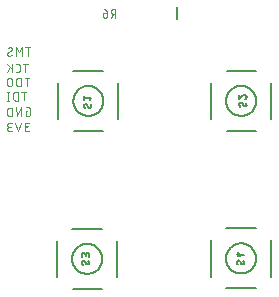
<source format=gbr>
G04 EAGLE Gerber RS-274X export*
G75*
%MOMM*%
%FSLAX34Y34*%
%LPD*%
%INSilkscreen Bottom*%
%IPPOS*%
%AMOC8*
5,1,8,0,0,1.08239X$1,22.5*%
G01*
%ADD10C,0.101600*%
%ADD11C,0.203200*%
%ADD12C,0.152400*%
%ADD13C,0.050800*%
%ADD14C,0.127000*%


D10*
X32707Y315236D02*
X32658Y322347D01*
X34633Y322361D02*
X30682Y322334D01*
X27469Y322311D02*
X27519Y315199D01*
X25126Y318344D02*
X27469Y322311D01*
X25126Y318344D02*
X22728Y322278D01*
X22778Y315166D01*
X16951Y315125D02*
X16873Y315126D01*
X16796Y315132D01*
X16719Y315141D01*
X16642Y315153D01*
X16566Y315170D01*
X16492Y315190D01*
X16418Y315214D01*
X16345Y315241D01*
X16274Y315272D01*
X16204Y315307D01*
X16137Y315344D01*
X16071Y315385D01*
X16007Y315430D01*
X15946Y315477D01*
X15886Y315527D01*
X15830Y315580D01*
X15776Y315636D01*
X15725Y315695D01*
X15677Y315755D01*
X15632Y315818D01*
X15590Y315884D01*
X15551Y315951D01*
X15516Y316020D01*
X15484Y316091D01*
X15455Y316163D01*
X15430Y316236D01*
X15409Y316311D01*
X15392Y316387D01*
X15378Y316463D01*
X15368Y316540D01*
X15361Y316617D01*
X15359Y316695D01*
X16951Y315125D02*
X17066Y315128D01*
X17180Y315135D01*
X17294Y315145D01*
X17408Y315160D01*
X17521Y315178D01*
X17633Y315200D01*
X17745Y315227D01*
X17856Y315256D01*
X17965Y315290D01*
X18073Y315328D01*
X18180Y315369D01*
X18286Y315414D01*
X18390Y315462D01*
X18492Y315514D01*
X18592Y315569D01*
X18691Y315628D01*
X18787Y315690D01*
X18881Y315756D01*
X18973Y315825D01*
X19062Y315896D01*
X19149Y315971D01*
X19233Y316049D01*
X19315Y316129D01*
X19085Y320672D02*
X19083Y320750D01*
X19076Y320827D01*
X19066Y320904D01*
X19052Y320980D01*
X19035Y321056D01*
X19014Y321130D01*
X18989Y321204D01*
X18960Y321276D01*
X18929Y321346D01*
X18893Y321416D01*
X18855Y321483D01*
X18813Y321548D01*
X18767Y321611D01*
X18719Y321672D01*
X18668Y321730D01*
X18614Y321786D01*
X18558Y321839D01*
X18499Y321889D01*
X18437Y321937D01*
X18374Y321981D01*
X18308Y322022D01*
X18240Y322060D01*
X18171Y322094D01*
X18099Y322125D01*
X18027Y322152D01*
X17953Y322176D01*
X17878Y322196D01*
X17802Y322213D01*
X17726Y322225D01*
X17649Y322234D01*
X17571Y322240D01*
X17494Y322241D01*
X17493Y322241D02*
X17387Y322238D01*
X17282Y322232D01*
X17176Y322222D01*
X17071Y322208D01*
X16967Y322190D01*
X16863Y322169D01*
X16760Y322143D01*
X16658Y322115D01*
X16557Y322082D01*
X16458Y322046D01*
X16359Y322007D01*
X16263Y321964D01*
X16167Y321917D01*
X16074Y321868D01*
X15982Y321814D01*
X15893Y321758D01*
X15805Y321699D01*
X15720Y321636D01*
X18304Y319284D02*
X18372Y319326D01*
X18436Y319372D01*
X18499Y319421D01*
X18559Y319473D01*
X18616Y319528D01*
X18671Y319585D01*
X18723Y319645D01*
X18771Y319708D01*
X18817Y319773D01*
X18859Y319840D01*
X18898Y319909D01*
X18933Y319980D01*
X18965Y320053D01*
X18994Y320127D01*
X19018Y320203D01*
X19039Y320279D01*
X19056Y320357D01*
X19069Y320435D01*
X19078Y320514D01*
X19084Y320593D01*
X19085Y320672D01*
X16140Y318083D02*
X16072Y318041D01*
X16008Y317995D01*
X15945Y317946D01*
X15885Y317894D01*
X15828Y317839D01*
X15773Y317782D01*
X15721Y317722D01*
X15673Y317659D01*
X15627Y317594D01*
X15585Y317527D01*
X15546Y317458D01*
X15511Y317387D01*
X15479Y317314D01*
X15450Y317240D01*
X15426Y317164D01*
X15405Y317088D01*
X15388Y317010D01*
X15375Y316932D01*
X15366Y316853D01*
X15360Y316774D01*
X15359Y316695D01*
X16140Y318083D02*
X18305Y319284D01*
X30602Y308333D02*
X30652Y301221D01*
X32577Y308347D02*
X28626Y308319D01*
X24247Y301176D02*
X22666Y301165D01*
X24247Y301177D02*
X24325Y301179D01*
X24402Y301186D01*
X24479Y301196D01*
X24555Y301210D01*
X24631Y301227D01*
X24705Y301248D01*
X24779Y301273D01*
X24851Y301302D01*
X24921Y301333D01*
X24991Y301369D01*
X25058Y301407D01*
X25123Y301449D01*
X25186Y301495D01*
X25247Y301543D01*
X25305Y301594D01*
X25361Y301648D01*
X25414Y301704D01*
X25464Y301763D01*
X25512Y301825D01*
X25556Y301888D01*
X25597Y301954D01*
X25635Y302022D01*
X25669Y302091D01*
X25700Y302163D01*
X25727Y302235D01*
X25751Y302309D01*
X25771Y302384D01*
X25788Y302460D01*
X25800Y302536D01*
X25809Y302613D01*
X25815Y302691D01*
X25816Y302768D01*
X25788Y306719D01*
X25786Y306797D01*
X25779Y306874D01*
X25769Y306951D01*
X25755Y307027D01*
X25738Y307103D01*
X25717Y307177D01*
X25692Y307251D01*
X25663Y307323D01*
X25632Y307393D01*
X25596Y307463D01*
X25558Y307530D01*
X25516Y307595D01*
X25470Y307658D01*
X25422Y307719D01*
X25371Y307777D01*
X25317Y307833D01*
X25261Y307886D01*
X25202Y307936D01*
X25140Y307984D01*
X25077Y308028D01*
X25011Y308069D01*
X24943Y308107D01*
X24874Y308141D01*
X24802Y308172D01*
X24730Y308199D01*
X24656Y308223D01*
X24581Y308243D01*
X24505Y308260D01*
X24429Y308272D01*
X24352Y308281D01*
X24275Y308287D01*
X24197Y308288D01*
X22617Y308277D01*
X19272Y308254D02*
X19321Y301142D01*
X19302Y303908D02*
X15321Y308226D01*
X17711Y305477D02*
X15370Y301114D01*
X31926Y296342D02*
X31976Y289230D01*
X33902Y296356D02*
X29951Y296328D01*
X26830Y296307D02*
X26880Y289195D01*
X26830Y296307D02*
X24855Y296293D01*
X24769Y296290D01*
X24683Y296284D01*
X24597Y296274D01*
X24512Y296261D01*
X24428Y296243D01*
X24344Y296222D01*
X24262Y296197D01*
X24180Y296169D01*
X24100Y296137D01*
X24021Y296102D01*
X23944Y296063D01*
X23869Y296021D01*
X23796Y295976D01*
X23724Y295928D01*
X23655Y295876D01*
X23588Y295822D01*
X23524Y295765D01*
X23462Y295704D01*
X23403Y295642D01*
X23346Y295577D01*
X23293Y295509D01*
X23242Y295439D01*
X23195Y295367D01*
X23151Y295293D01*
X23110Y295217D01*
X23072Y295140D01*
X23038Y295060D01*
X23007Y294980D01*
X22980Y294898D01*
X22957Y294815D01*
X22937Y294731D01*
X22921Y294647D01*
X22908Y294561D01*
X22899Y294475D01*
X22894Y294389D01*
X22893Y294303D01*
X22893Y294304D02*
X22915Y291143D01*
X22918Y291057D01*
X22924Y290971D01*
X22934Y290885D01*
X22947Y290800D01*
X22965Y290716D01*
X22986Y290632D01*
X23011Y290550D01*
X23039Y290468D01*
X23071Y290388D01*
X23106Y290309D01*
X23145Y290232D01*
X23187Y290157D01*
X23232Y290084D01*
X23280Y290012D01*
X23332Y289943D01*
X23386Y289876D01*
X23444Y289812D01*
X23504Y289750D01*
X23566Y289691D01*
X23631Y289634D01*
X23699Y289581D01*
X23769Y289530D01*
X23841Y289483D01*
X23915Y289439D01*
X23991Y289398D01*
X24068Y289360D01*
X24148Y289326D01*
X24228Y289295D01*
X24310Y289268D01*
X24393Y289245D01*
X24477Y289225D01*
X24562Y289209D01*
X24647Y289196D01*
X24733Y289187D01*
X24819Y289182D01*
X24905Y289181D01*
X26880Y289195D01*
X19307Y291118D02*
X19285Y294278D01*
X19286Y294279D02*
X19283Y294366D01*
X19277Y294453D01*
X19267Y294540D01*
X19253Y294626D01*
X19235Y294712D01*
X19213Y294797D01*
X19188Y294880D01*
X19159Y294963D01*
X19126Y295044D01*
X19090Y295124D01*
X19050Y295201D01*
X19007Y295277D01*
X18960Y295352D01*
X18911Y295423D01*
X18858Y295493D01*
X18802Y295560D01*
X18743Y295625D01*
X18682Y295687D01*
X18618Y295747D01*
X18551Y295803D01*
X18482Y295856D01*
X18410Y295907D01*
X18336Y295954D01*
X18261Y295997D01*
X18183Y296038D01*
X18104Y296075D01*
X18023Y296108D01*
X17941Y296138D01*
X17857Y296164D01*
X17773Y296186D01*
X17687Y296205D01*
X17601Y296219D01*
X17514Y296230D01*
X17427Y296238D01*
X17340Y296241D01*
X17253Y296240D01*
X17165Y296236D01*
X17078Y296227D01*
X16992Y296215D01*
X16906Y296199D01*
X16820Y296179D01*
X16736Y296156D01*
X16653Y296129D01*
X16571Y296098D01*
X16491Y296063D01*
X16412Y296025D01*
X16335Y295984D01*
X16260Y295939D01*
X16187Y295891D01*
X16116Y295840D01*
X16048Y295785D01*
X15982Y295728D01*
X15918Y295668D01*
X15858Y295605D01*
X15800Y295539D01*
X15745Y295471D01*
X15693Y295401D01*
X15645Y295328D01*
X15599Y295254D01*
X15557Y295177D01*
X15518Y295099D01*
X15483Y295019D01*
X15452Y294937D01*
X15424Y294854D01*
X15400Y294770D01*
X15379Y294685D01*
X15362Y294599D01*
X15350Y294513D01*
X15341Y294426D01*
X15335Y294339D01*
X15334Y294251D01*
X15356Y291090D01*
X15359Y291003D01*
X15365Y290916D01*
X15375Y290829D01*
X15389Y290743D01*
X15407Y290657D01*
X15429Y290572D01*
X15454Y290489D01*
X15483Y290406D01*
X15516Y290325D01*
X15552Y290245D01*
X15592Y290168D01*
X15635Y290092D01*
X15682Y290017D01*
X15731Y289946D01*
X15784Y289876D01*
X15840Y289809D01*
X15899Y289744D01*
X15960Y289682D01*
X16024Y289622D01*
X16091Y289566D01*
X16160Y289513D01*
X16232Y289462D01*
X16306Y289415D01*
X16381Y289372D01*
X16459Y289331D01*
X16538Y289294D01*
X16619Y289261D01*
X16701Y289231D01*
X16785Y289205D01*
X16869Y289183D01*
X16955Y289164D01*
X17041Y289150D01*
X17128Y289139D01*
X17215Y289131D01*
X17302Y289128D01*
X17390Y289129D01*
X17477Y289133D01*
X17564Y289142D01*
X17650Y289154D01*
X17736Y289170D01*
X17822Y289190D01*
X17906Y289213D01*
X17989Y289240D01*
X18071Y289271D01*
X18151Y289306D01*
X18230Y289344D01*
X18307Y289385D01*
X18382Y289430D01*
X18455Y289478D01*
X18526Y289529D01*
X18594Y289584D01*
X18660Y289641D01*
X18724Y289701D01*
X18784Y289764D01*
X18842Y289830D01*
X18897Y289898D01*
X18949Y289968D01*
X18997Y290041D01*
X19043Y290115D01*
X19085Y290192D01*
X19124Y290270D01*
X19159Y290350D01*
X19190Y290432D01*
X19218Y290515D01*
X19242Y290599D01*
X19263Y290684D01*
X19280Y290770D01*
X19292Y290856D01*
X19301Y290943D01*
X19307Y291030D01*
X19308Y291118D01*
X29278Y284324D02*
X29327Y277212D01*
X31253Y284338D02*
X27302Y284310D01*
X24182Y284288D02*
X24232Y277176D01*
X24182Y284288D02*
X22207Y284274D01*
X22206Y284275D02*
X22120Y284272D01*
X22034Y284266D01*
X21948Y284256D01*
X21863Y284243D01*
X21779Y284225D01*
X21695Y284204D01*
X21613Y284179D01*
X21531Y284151D01*
X21451Y284119D01*
X21372Y284084D01*
X21295Y284045D01*
X21220Y284003D01*
X21147Y283958D01*
X21075Y283910D01*
X21006Y283858D01*
X20939Y283804D01*
X20875Y283747D01*
X20813Y283686D01*
X20754Y283624D01*
X20697Y283559D01*
X20644Y283491D01*
X20593Y283421D01*
X20546Y283349D01*
X20502Y283275D01*
X20461Y283199D01*
X20423Y283122D01*
X20389Y283042D01*
X20358Y282962D01*
X20331Y282880D01*
X20308Y282797D01*
X20288Y282713D01*
X20272Y282629D01*
X20259Y282543D01*
X20250Y282457D01*
X20245Y282371D01*
X20244Y282285D01*
X20245Y282285D02*
X20267Y279124D01*
X20266Y279124D02*
X20269Y279038D01*
X20275Y278952D01*
X20285Y278866D01*
X20298Y278781D01*
X20316Y278697D01*
X20337Y278613D01*
X20362Y278531D01*
X20390Y278449D01*
X20422Y278369D01*
X20457Y278290D01*
X20496Y278213D01*
X20538Y278138D01*
X20583Y278065D01*
X20631Y277993D01*
X20683Y277924D01*
X20737Y277857D01*
X20795Y277793D01*
X20855Y277731D01*
X20917Y277672D01*
X20982Y277615D01*
X21050Y277562D01*
X21120Y277511D01*
X21192Y277464D01*
X21266Y277420D01*
X21342Y277379D01*
X21419Y277341D01*
X21499Y277307D01*
X21579Y277276D01*
X21661Y277249D01*
X21744Y277226D01*
X21828Y277206D01*
X21913Y277190D01*
X21998Y277177D01*
X22084Y277168D01*
X22170Y277163D01*
X22256Y277162D01*
X22256Y277163D02*
X24232Y277176D01*
X16160Y277120D02*
X16111Y284232D01*
X16951Y277126D02*
X15370Y277114D01*
X15321Y284226D02*
X16901Y284237D01*
X30948Y268174D02*
X32133Y268183D01*
X30948Y268174D02*
X30976Y264223D01*
X33346Y264240D01*
X33424Y264242D01*
X33501Y264249D01*
X33578Y264259D01*
X33654Y264273D01*
X33730Y264290D01*
X33804Y264311D01*
X33878Y264336D01*
X33950Y264365D01*
X34021Y264396D01*
X34090Y264432D01*
X34157Y264471D01*
X34222Y264512D01*
X34285Y264558D01*
X34346Y264606D01*
X34404Y264657D01*
X34460Y264711D01*
X34513Y264767D01*
X34563Y264826D01*
X34611Y264888D01*
X34655Y264951D01*
X34696Y265017D01*
X34734Y265085D01*
X34768Y265154D01*
X34799Y265226D01*
X34826Y265298D01*
X34850Y265372D01*
X34870Y265447D01*
X34887Y265523D01*
X34899Y265599D01*
X34908Y265676D01*
X34914Y265754D01*
X34915Y265831D01*
X34888Y269782D01*
X34887Y269782D02*
X34885Y269860D01*
X34878Y269937D01*
X34868Y270014D01*
X34854Y270090D01*
X34837Y270166D01*
X34816Y270240D01*
X34791Y270314D01*
X34762Y270386D01*
X34731Y270456D01*
X34695Y270526D01*
X34657Y270593D01*
X34615Y270658D01*
X34569Y270721D01*
X34521Y270782D01*
X34470Y270840D01*
X34416Y270896D01*
X34360Y270949D01*
X34301Y270999D01*
X34239Y271047D01*
X34176Y271091D01*
X34110Y271132D01*
X34042Y271170D01*
X33973Y271204D01*
X33901Y271235D01*
X33829Y271262D01*
X33755Y271286D01*
X33680Y271306D01*
X33604Y271323D01*
X33528Y271335D01*
X33451Y271344D01*
X33374Y271350D01*
X33296Y271351D01*
X33296Y271352D02*
X30926Y271335D01*
X27074Y271308D02*
X27124Y264197D01*
X23173Y264169D02*
X27074Y271308D01*
X23123Y271281D02*
X23173Y264169D01*
X19321Y264142D02*
X19272Y271254D01*
X17296Y271240D01*
X17296Y271241D02*
X17210Y271238D01*
X17124Y271232D01*
X17038Y271222D01*
X16953Y271209D01*
X16869Y271191D01*
X16785Y271170D01*
X16703Y271145D01*
X16621Y271117D01*
X16541Y271085D01*
X16462Y271050D01*
X16385Y271011D01*
X16310Y270969D01*
X16237Y270924D01*
X16165Y270876D01*
X16096Y270824D01*
X16029Y270770D01*
X15965Y270713D01*
X15903Y270652D01*
X15844Y270590D01*
X15787Y270525D01*
X15734Y270457D01*
X15683Y270387D01*
X15636Y270315D01*
X15592Y270241D01*
X15551Y270165D01*
X15513Y270088D01*
X15479Y270008D01*
X15448Y269928D01*
X15421Y269846D01*
X15398Y269763D01*
X15378Y269679D01*
X15362Y269595D01*
X15349Y269509D01*
X15340Y269423D01*
X15335Y269337D01*
X15334Y269251D01*
X15356Y266090D01*
X15359Y266004D01*
X15365Y265918D01*
X15375Y265832D01*
X15388Y265747D01*
X15406Y265663D01*
X15427Y265579D01*
X15452Y265497D01*
X15480Y265415D01*
X15512Y265335D01*
X15547Y265256D01*
X15586Y265179D01*
X15628Y265104D01*
X15673Y265031D01*
X15721Y264959D01*
X15773Y264890D01*
X15827Y264823D01*
X15885Y264759D01*
X15945Y264697D01*
X16007Y264638D01*
X16072Y264581D01*
X16140Y264528D01*
X16210Y264477D01*
X16282Y264430D01*
X16356Y264386D01*
X16432Y264345D01*
X16509Y264307D01*
X16589Y264273D01*
X16669Y264242D01*
X16751Y264215D01*
X16834Y264192D01*
X16918Y264172D01*
X17003Y264156D01*
X17088Y264143D01*
X17174Y264134D01*
X17260Y264129D01*
X17346Y264128D01*
X19321Y264142D01*
X31976Y251230D02*
X33951Y251244D01*
X31976Y251230D02*
X31888Y251231D01*
X31801Y251237D01*
X31714Y251246D01*
X31628Y251258D01*
X31542Y251275D01*
X31457Y251296D01*
X31373Y251320D01*
X31290Y251348D01*
X31208Y251379D01*
X31128Y251414D01*
X31050Y251453D01*
X30973Y251495D01*
X30899Y251541D01*
X30826Y251589D01*
X30756Y251641D01*
X30688Y251696D01*
X30622Y251754D01*
X30559Y251814D01*
X30499Y251878D01*
X30442Y251944D01*
X30387Y252012D01*
X30336Y252083D01*
X30288Y252156D01*
X30243Y252231D01*
X30202Y252308D01*
X30164Y252387D01*
X30129Y252467D01*
X30098Y252549D01*
X30071Y252632D01*
X30048Y252716D01*
X30028Y252802D01*
X30012Y252888D01*
X30000Y252974D01*
X29991Y253061D01*
X29987Y253148D01*
X29986Y253236D01*
X29989Y253323D01*
X29997Y253410D01*
X30008Y253497D01*
X30022Y253583D01*
X30041Y253669D01*
X30063Y253753D01*
X30089Y253837D01*
X30119Y253919D01*
X30152Y254000D01*
X30189Y254079D01*
X30230Y254157D01*
X30273Y254232D01*
X30320Y254306D01*
X30371Y254378D01*
X30424Y254447D01*
X30480Y254514D01*
X30540Y254578D01*
X30602Y254639D01*
X30667Y254698D01*
X30734Y254754D01*
X30804Y254807D01*
X30875Y254856D01*
X30950Y254903D01*
X31026Y254946D01*
X31103Y254986D01*
X31183Y255022D01*
X31264Y255055D01*
X31347Y255084D01*
X31430Y255109D01*
X31515Y255131D01*
X31601Y255149D01*
X31687Y255163D01*
X31774Y255173D01*
X31861Y255179D01*
X31948Y255182D01*
X31531Y258340D02*
X33902Y258356D01*
X31531Y258339D02*
X31452Y258336D01*
X31374Y258330D01*
X31296Y258320D01*
X31218Y258305D01*
X31141Y258287D01*
X31066Y258266D01*
X30991Y258240D01*
X30918Y258211D01*
X30847Y258178D01*
X30777Y258141D01*
X30709Y258101D01*
X30643Y258058D01*
X30579Y258012D01*
X30518Y257962D01*
X30459Y257910D01*
X30403Y257854D01*
X30350Y257796D01*
X30300Y257735D01*
X30253Y257672D01*
X30209Y257607D01*
X30168Y257539D01*
X30131Y257470D01*
X30097Y257399D01*
X30067Y257326D01*
X30041Y257252D01*
X30018Y257176D01*
X29999Y257100D01*
X29984Y257022D01*
X29973Y256945D01*
X29966Y256866D01*
X29962Y256787D01*
X29963Y256709D01*
X29967Y256630D01*
X29976Y256552D01*
X29988Y256474D01*
X30004Y256397D01*
X30024Y256320D01*
X30048Y256245D01*
X30075Y256172D01*
X30106Y256099D01*
X30141Y256028D01*
X30179Y255959D01*
X30221Y255893D01*
X30266Y255828D01*
X30314Y255765D01*
X30365Y255705D01*
X30419Y255648D01*
X30475Y255593D01*
X30535Y255542D01*
X30597Y255493D01*
X30661Y255447D01*
X30728Y255405D01*
X30796Y255366D01*
X30866Y255331D01*
X30938Y255299D01*
X31012Y255271D01*
X31087Y255246D01*
X31163Y255225D01*
X31240Y255208D01*
X31317Y255195D01*
X31396Y255186D01*
X31474Y255180D01*
X31553Y255179D01*
X33133Y255190D01*
X26982Y258308D02*
X24661Y251179D01*
X22241Y258275D01*
X19321Y251142D02*
X17346Y251128D01*
X17258Y251129D01*
X17171Y251135D01*
X17084Y251144D01*
X16998Y251156D01*
X16912Y251173D01*
X16827Y251194D01*
X16743Y251218D01*
X16660Y251246D01*
X16578Y251277D01*
X16498Y251312D01*
X16420Y251351D01*
X16343Y251393D01*
X16269Y251439D01*
X16196Y251487D01*
X16126Y251539D01*
X16058Y251594D01*
X15992Y251652D01*
X15929Y251712D01*
X15869Y251776D01*
X15812Y251842D01*
X15757Y251910D01*
X15706Y251981D01*
X15658Y252054D01*
X15613Y252129D01*
X15572Y252206D01*
X15534Y252285D01*
X15499Y252365D01*
X15468Y252447D01*
X15441Y252530D01*
X15418Y252614D01*
X15398Y252700D01*
X15382Y252786D01*
X15370Y252872D01*
X15361Y252959D01*
X15357Y253046D01*
X15356Y253134D01*
X15359Y253221D01*
X15367Y253308D01*
X15378Y253395D01*
X15392Y253481D01*
X15411Y253567D01*
X15433Y253651D01*
X15459Y253735D01*
X15489Y253817D01*
X15522Y253898D01*
X15559Y253977D01*
X15600Y254055D01*
X15643Y254130D01*
X15690Y254204D01*
X15741Y254276D01*
X15794Y254345D01*
X15850Y254412D01*
X15910Y254476D01*
X15972Y254537D01*
X16037Y254596D01*
X16104Y254652D01*
X16174Y254705D01*
X16245Y254754D01*
X16320Y254801D01*
X16396Y254844D01*
X16473Y254884D01*
X16553Y254920D01*
X16634Y254953D01*
X16717Y254982D01*
X16800Y255007D01*
X16885Y255029D01*
X16971Y255047D01*
X17057Y255061D01*
X17144Y255071D01*
X17231Y255077D01*
X17318Y255080D01*
X16901Y258237D02*
X19272Y258254D01*
X16901Y258237D02*
X16822Y258234D01*
X16744Y258228D01*
X16666Y258218D01*
X16588Y258203D01*
X16511Y258185D01*
X16436Y258164D01*
X16361Y258138D01*
X16288Y258109D01*
X16217Y258076D01*
X16147Y258039D01*
X16079Y257999D01*
X16013Y257956D01*
X15949Y257910D01*
X15888Y257860D01*
X15829Y257808D01*
X15773Y257752D01*
X15720Y257694D01*
X15670Y257633D01*
X15623Y257570D01*
X15579Y257505D01*
X15538Y257437D01*
X15501Y257368D01*
X15467Y257297D01*
X15437Y257224D01*
X15411Y257150D01*
X15388Y257074D01*
X15369Y256998D01*
X15354Y256920D01*
X15343Y256843D01*
X15336Y256764D01*
X15332Y256685D01*
X15333Y256607D01*
X15337Y256528D01*
X15346Y256450D01*
X15358Y256372D01*
X15374Y256295D01*
X15394Y256218D01*
X15418Y256143D01*
X15445Y256070D01*
X15476Y255997D01*
X15511Y255926D01*
X15549Y255857D01*
X15591Y255791D01*
X15636Y255726D01*
X15684Y255663D01*
X15735Y255603D01*
X15789Y255546D01*
X15845Y255491D01*
X15905Y255440D01*
X15967Y255391D01*
X16031Y255345D01*
X16098Y255303D01*
X16166Y255264D01*
X16236Y255229D01*
X16308Y255197D01*
X16382Y255169D01*
X16457Y255144D01*
X16533Y255123D01*
X16610Y255106D01*
X16687Y255093D01*
X16766Y255084D01*
X16844Y255078D01*
X16923Y255077D01*
X18503Y255088D01*
D11*
X71292Y302399D02*
X96392Y302399D01*
X58592Y292399D02*
X58592Y261599D01*
X71592Y251599D02*
X96392Y251599D01*
X109392Y261599D02*
X109392Y292399D01*
X71292Y276999D02*
X71296Y277311D01*
X71307Y277622D01*
X71326Y277933D01*
X71353Y278244D01*
X71388Y278554D01*
X71429Y278862D01*
X71479Y279170D01*
X71536Y279477D01*
X71601Y279782D01*
X71673Y280085D01*
X71752Y280386D01*
X71839Y280686D01*
X71933Y280983D01*
X72034Y281278D01*
X72143Y281570D01*
X72259Y281859D01*
X72382Y282146D01*
X72511Y282429D01*
X72648Y282709D01*
X72792Y282986D01*
X72942Y283259D01*
X73099Y283528D01*
X73262Y283793D01*
X73432Y284055D01*
X73609Y284312D01*
X73791Y284564D01*
X73980Y284812D01*
X74175Y285056D01*
X74375Y285294D01*
X74582Y285528D01*
X74794Y285756D01*
X75012Y285979D01*
X75235Y286197D01*
X75463Y286409D01*
X75697Y286616D01*
X75935Y286816D01*
X76179Y287011D01*
X76427Y287200D01*
X76679Y287382D01*
X76936Y287559D01*
X77198Y287729D01*
X77463Y287892D01*
X77732Y288049D01*
X78005Y288199D01*
X78282Y288343D01*
X78562Y288480D01*
X78845Y288609D01*
X79132Y288732D01*
X79421Y288848D01*
X79713Y288957D01*
X80008Y289058D01*
X80305Y289152D01*
X80605Y289239D01*
X80906Y289318D01*
X81209Y289390D01*
X81514Y289455D01*
X81821Y289512D01*
X82129Y289562D01*
X82437Y289603D01*
X82747Y289638D01*
X83058Y289665D01*
X83369Y289684D01*
X83680Y289695D01*
X83992Y289699D01*
X84304Y289695D01*
X84615Y289684D01*
X84926Y289665D01*
X85237Y289638D01*
X85547Y289603D01*
X85855Y289562D01*
X86163Y289512D01*
X86470Y289455D01*
X86775Y289390D01*
X87078Y289318D01*
X87379Y289239D01*
X87679Y289152D01*
X87976Y289058D01*
X88271Y288957D01*
X88563Y288848D01*
X88852Y288732D01*
X89139Y288609D01*
X89422Y288480D01*
X89702Y288343D01*
X89979Y288199D01*
X90252Y288049D01*
X90521Y287892D01*
X90786Y287729D01*
X91048Y287559D01*
X91305Y287382D01*
X91557Y287200D01*
X91805Y287011D01*
X92049Y286816D01*
X92287Y286616D01*
X92521Y286409D01*
X92749Y286197D01*
X92972Y285979D01*
X93190Y285756D01*
X93402Y285528D01*
X93609Y285294D01*
X93809Y285056D01*
X94004Y284812D01*
X94193Y284564D01*
X94375Y284312D01*
X94552Y284055D01*
X94722Y283793D01*
X94885Y283528D01*
X95042Y283259D01*
X95192Y282986D01*
X95336Y282709D01*
X95473Y282429D01*
X95602Y282146D01*
X95725Y281859D01*
X95841Y281570D01*
X95950Y281278D01*
X96051Y280983D01*
X96145Y280686D01*
X96232Y280386D01*
X96311Y280085D01*
X96383Y279782D01*
X96448Y279477D01*
X96505Y279170D01*
X96555Y278862D01*
X96596Y278554D01*
X96631Y278244D01*
X96658Y277933D01*
X96677Y277622D01*
X96688Y277311D01*
X96692Y276999D01*
X96688Y276687D01*
X96677Y276376D01*
X96658Y276065D01*
X96631Y275754D01*
X96596Y275444D01*
X96555Y275136D01*
X96505Y274828D01*
X96448Y274521D01*
X96383Y274216D01*
X96311Y273913D01*
X96232Y273612D01*
X96145Y273312D01*
X96051Y273015D01*
X95950Y272720D01*
X95841Y272428D01*
X95725Y272139D01*
X95602Y271852D01*
X95473Y271569D01*
X95336Y271289D01*
X95192Y271012D01*
X95042Y270739D01*
X94885Y270470D01*
X94722Y270205D01*
X94552Y269943D01*
X94375Y269686D01*
X94193Y269434D01*
X94004Y269186D01*
X93809Y268942D01*
X93609Y268704D01*
X93402Y268470D01*
X93190Y268242D01*
X92972Y268019D01*
X92749Y267801D01*
X92521Y267589D01*
X92287Y267382D01*
X92049Y267182D01*
X91805Y266987D01*
X91557Y266798D01*
X91305Y266616D01*
X91048Y266439D01*
X90786Y266269D01*
X90521Y266106D01*
X90252Y265949D01*
X89979Y265799D01*
X89702Y265655D01*
X89422Y265518D01*
X89139Y265389D01*
X88852Y265266D01*
X88563Y265150D01*
X88271Y265041D01*
X87976Y264940D01*
X87679Y264846D01*
X87379Y264759D01*
X87078Y264680D01*
X86775Y264608D01*
X86470Y264543D01*
X86163Y264486D01*
X85855Y264436D01*
X85547Y264395D01*
X85237Y264360D01*
X84926Y264333D01*
X84615Y264314D01*
X84304Y264303D01*
X83992Y264299D01*
X83680Y264303D01*
X83369Y264314D01*
X83058Y264333D01*
X82747Y264360D01*
X82437Y264395D01*
X82129Y264436D01*
X81821Y264486D01*
X81514Y264543D01*
X81209Y264608D01*
X80906Y264680D01*
X80605Y264759D01*
X80305Y264846D01*
X80008Y264940D01*
X79713Y265041D01*
X79421Y265150D01*
X79132Y265266D01*
X78845Y265389D01*
X78562Y265518D01*
X78282Y265655D01*
X78005Y265799D01*
X77732Y265949D01*
X77463Y266106D01*
X77198Y266269D01*
X76936Y266439D01*
X76679Y266616D01*
X76427Y266798D01*
X76179Y266987D01*
X75935Y267182D01*
X75697Y267382D01*
X75463Y267589D01*
X75235Y267801D01*
X75012Y268019D01*
X74794Y268242D01*
X74582Y268470D01*
X74375Y268704D01*
X74175Y268942D01*
X73980Y269186D01*
X73791Y269434D01*
X73609Y269686D01*
X73432Y269943D01*
X73262Y270205D01*
X73099Y270470D01*
X72942Y270739D01*
X72792Y271012D01*
X72648Y271289D01*
X72511Y271569D01*
X72382Y271852D01*
X72259Y272139D01*
X72143Y272428D01*
X72034Y272720D01*
X71933Y273015D01*
X71839Y273312D01*
X71752Y273612D01*
X71673Y273913D01*
X71601Y274216D01*
X71536Y274521D01*
X71479Y274828D01*
X71429Y275136D01*
X71388Y275444D01*
X71353Y275754D01*
X71326Y276065D01*
X71307Y276376D01*
X71296Y276687D01*
X71292Y276999D01*
D12*
X80464Y273023D02*
X80466Y273096D01*
X80472Y273170D01*
X80482Y273242D01*
X80496Y273314D01*
X80513Y273386D01*
X80535Y273456D01*
X80560Y273525D01*
X80589Y273592D01*
X80622Y273658D01*
X80658Y273722D01*
X80697Y273783D01*
X80740Y273843D01*
X80786Y273900D01*
X80835Y273955D01*
X80887Y274007D01*
X80942Y274056D01*
X80999Y274102D01*
X81059Y274145D01*
X81120Y274184D01*
X81184Y274220D01*
X81250Y274253D01*
X81317Y274282D01*
X81386Y274307D01*
X81457Y274329D01*
X81528Y274346D01*
X81600Y274360D01*
X81673Y274370D01*
X81746Y274376D01*
X81819Y274378D01*
X80464Y273023D02*
X80466Y272920D01*
X80471Y272818D01*
X80481Y272715D01*
X80493Y272614D01*
X80510Y272512D01*
X80530Y272411D01*
X80554Y272312D01*
X80581Y272213D01*
X80612Y272115D01*
X80646Y272018D01*
X80684Y271922D01*
X80725Y271828D01*
X80770Y271736D01*
X80818Y271645D01*
X80869Y271556D01*
X80923Y271468D01*
X80980Y271383D01*
X81041Y271300D01*
X81104Y271219D01*
X81170Y271141D01*
X81239Y271064D01*
X81311Y270991D01*
X85205Y271160D02*
X85276Y271162D01*
X85347Y271167D01*
X85417Y271177D01*
X85487Y271190D01*
X85556Y271206D01*
X85624Y271226D01*
X85691Y271250D01*
X85756Y271277D01*
X85820Y271308D01*
X85883Y271342D01*
X85943Y271379D01*
X86001Y271419D01*
X86058Y271462D01*
X86112Y271508D01*
X86163Y271557D01*
X86212Y271608D01*
X86258Y271662D01*
X86301Y271719D01*
X86341Y271777D01*
X86378Y271838D01*
X86412Y271900D01*
X86443Y271964D01*
X86470Y272029D01*
X86494Y272096D01*
X86514Y272164D01*
X86530Y272233D01*
X86543Y272303D01*
X86553Y272373D01*
X86558Y272444D01*
X86560Y272515D01*
X86558Y272611D01*
X86553Y272707D01*
X86544Y272803D01*
X86531Y272898D01*
X86515Y272993D01*
X86495Y273087D01*
X86471Y273180D01*
X86444Y273272D01*
X86414Y273364D01*
X86380Y273454D01*
X86343Y273542D01*
X86302Y273629D01*
X86259Y273715D01*
X86212Y273799D01*
X86161Y273881D01*
X86108Y273961D01*
X86052Y274039D01*
X84020Y271837D02*
X84057Y271777D01*
X84098Y271718D01*
X84142Y271662D01*
X84189Y271608D01*
X84239Y271557D01*
X84291Y271508D01*
X84345Y271462D01*
X84402Y271419D01*
X84461Y271378D01*
X84522Y271341D01*
X84585Y271307D01*
X84650Y271277D01*
X84716Y271250D01*
X84783Y271226D01*
X84852Y271206D01*
X84921Y271190D01*
X84992Y271177D01*
X85062Y271167D01*
X85134Y271162D01*
X85205Y271160D01*
X83004Y273701D02*
X82967Y273761D01*
X82926Y273820D01*
X82882Y273876D01*
X82835Y273930D01*
X82785Y273981D01*
X82733Y274030D01*
X82679Y274076D01*
X82622Y274120D01*
X82563Y274160D01*
X82502Y274197D01*
X82439Y274231D01*
X82374Y274261D01*
X82308Y274288D01*
X82241Y274312D01*
X82172Y274332D01*
X82103Y274348D01*
X82032Y274361D01*
X81962Y274371D01*
X81890Y274376D01*
X81819Y274378D01*
X83004Y273700D02*
X84020Y271838D01*
X85205Y277620D02*
X86560Y279314D01*
X80464Y279314D01*
X80464Y281007D02*
X80464Y277620D01*
D11*
X200966Y251608D02*
X226066Y251608D01*
X238766Y261608D02*
X238766Y292408D01*
X225766Y302408D02*
X200966Y302408D01*
X187966Y292408D02*
X187966Y261608D01*
X200666Y277008D02*
X200670Y277320D01*
X200681Y277631D01*
X200700Y277942D01*
X200727Y278253D01*
X200762Y278563D01*
X200803Y278871D01*
X200853Y279179D01*
X200910Y279486D01*
X200975Y279791D01*
X201047Y280094D01*
X201126Y280395D01*
X201213Y280695D01*
X201307Y280992D01*
X201408Y281287D01*
X201517Y281579D01*
X201633Y281868D01*
X201756Y282155D01*
X201885Y282438D01*
X202022Y282718D01*
X202166Y282995D01*
X202316Y283268D01*
X202473Y283537D01*
X202636Y283802D01*
X202806Y284064D01*
X202983Y284321D01*
X203165Y284573D01*
X203354Y284821D01*
X203549Y285065D01*
X203749Y285303D01*
X203956Y285537D01*
X204168Y285765D01*
X204386Y285988D01*
X204609Y286206D01*
X204837Y286418D01*
X205071Y286625D01*
X205309Y286825D01*
X205553Y287020D01*
X205801Y287209D01*
X206053Y287391D01*
X206310Y287568D01*
X206572Y287738D01*
X206837Y287901D01*
X207106Y288058D01*
X207379Y288208D01*
X207656Y288352D01*
X207936Y288489D01*
X208219Y288618D01*
X208506Y288741D01*
X208795Y288857D01*
X209087Y288966D01*
X209382Y289067D01*
X209679Y289161D01*
X209979Y289248D01*
X210280Y289327D01*
X210583Y289399D01*
X210888Y289464D01*
X211195Y289521D01*
X211503Y289571D01*
X211811Y289612D01*
X212121Y289647D01*
X212432Y289674D01*
X212743Y289693D01*
X213054Y289704D01*
X213366Y289708D01*
X213678Y289704D01*
X213989Y289693D01*
X214300Y289674D01*
X214611Y289647D01*
X214921Y289612D01*
X215229Y289571D01*
X215537Y289521D01*
X215844Y289464D01*
X216149Y289399D01*
X216452Y289327D01*
X216753Y289248D01*
X217053Y289161D01*
X217350Y289067D01*
X217645Y288966D01*
X217937Y288857D01*
X218226Y288741D01*
X218513Y288618D01*
X218796Y288489D01*
X219076Y288352D01*
X219353Y288208D01*
X219626Y288058D01*
X219895Y287901D01*
X220160Y287738D01*
X220422Y287568D01*
X220679Y287391D01*
X220931Y287209D01*
X221179Y287020D01*
X221423Y286825D01*
X221661Y286625D01*
X221895Y286418D01*
X222123Y286206D01*
X222346Y285988D01*
X222564Y285765D01*
X222776Y285537D01*
X222983Y285303D01*
X223183Y285065D01*
X223378Y284821D01*
X223567Y284573D01*
X223749Y284321D01*
X223926Y284064D01*
X224096Y283802D01*
X224259Y283537D01*
X224416Y283268D01*
X224566Y282995D01*
X224710Y282718D01*
X224847Y282438D01*
X224976Y282155D01*
X225099Y281868D01*
X225215Y281579D01*
X225324Y281287D01*
X225425Y280992D01*
X225519Y280695D01*
X225606Y280395D01*
X225685Y280094D01*
X225757Y279791D01*
X225822Y279486D01*
X225879Y279179D01*
X225929Y278871D01*
X225970Y278563D01*
X226005Y278253D01*
X226032Y277942D01*
X226051Y277631D01*
X226062Y277320D01*
X226066Y277008D01*
X226062Y276696D01*
X226051Y276385D01*
X226032Y276074D01*
X226005Y275763D01*
X225970Y275453D01*
X225929Y275145D01*
X225879Y274837D01*
X225822Y274530D01*
X225757Y274225D01*
X225685Y273922D01*
X225606Y273621D01*
X225519Y273321D01*
X225425Y273024D01*
X225324Y272729D01*
X225215Y272437D01*
X225099Y272148D01*
X224976Y271861D01*
X224847Y271578D01*
X224710Y271298D01*
X224566Y271021D01*
X224416Y270748D01*
X224259Y270479D01*
X224096Y270214D01*
X223926Y269952D01*
X223749Y269695D01*
X223567Y269443D01*
X223378Y269195D01*
X223183Y268951D01*
X222983Y268713D01*
X222776Y268479D01*
X222564Y268251D01*
X222346Y268028D01*
X222123Y267810D01*
X221895Y267598D01*
X221661Y267391D01*
X221423Y267191D01*
X221179Y266996D01*
X220931Y266807D01*
X220679Y266625D01*
X220422Y266448D01*
X220160Y266278D01*
X219895Y266115D01*
X219626Y265958D01*
X219353Y265808D01*
X219076Y265664D01*
X218796Y265527D01*
X218513Y265398D01*
X218226Y265275D01*
X217937Y265159D01*
X217645Y265050D01*
X217350Y264949D01*
X217053Y264855D01*
X216753Y264768D01*
X216452Y264689D01*
X216149Y264617D01*
X215844Y264552D01*
X215537Y264495D01*
X215229Y264445D01*
X214921Y264404D01*
X214611Y264369D01*
X214300Y264342D01*
X213989Y264323D01*
X213678Y264312D01*
X213366Y264308D01*
X213054Y264312D01*
X212743Y264323D01*
X212432Y264342D01*
X212121Y264369D01*
X211811Y264404D01*
X211503Y264445D01*
X211195Y264495D01*
X210888Y264552D01*
X210583Y264617D01*
X210280Y264689D01*
X209979Y264768D01*
X209679Y264855D01*
X209382Y264949D01*
X209087Y265050D01*
X208795Y265159D01*
X208506Y265275D01*
X208219Y265398D01*
X207936Y265527D01*
X207656Y265664D01*
X207379Y265808D01*
X207106Y265958D01*
X206837Y266115D01*
X206572Y266278D01*
X206310Y266448D01*
X206053Y266625D01*
X205801Y266807D01*
X205553Y266996D01*
X205309Y267191D01*
X205071Y267391D01*
X204837Y267598D01*
X204609Y267810D01*
X204386Y268028D01*
X204168Y268251D01*
X203956Y268479D01*
X203749Y268713D01*
X203549Y268951D01*
X203354Y269195D01*
X203165Y269443D01*
X202983Y269695D01*
X202806Y269952D01*
X202636Y270214D01*
X202473Y270479D01*
X202316Y270748D01*
X202166Y271021D01*
X202022Y271298D01*
X201885Y271578D01*
X201756Y271861D01*
X201633Y272148D01*
X201517Y272437D01*
X201408Y272729D01*
X201307Y273024D01*
X201213Y273321D01*
X201126Y273621D01*
X201047Y273922D01*
X200975Y274225D01*
X200910Y274530D01*
X200853Y274837D01*
X200803Y275145D01*
X200762Y275453D01*
X200727Y275763D01*
X200700Y276074D01*
X200681Y276385D01*
X200670Y276696D01*
X200666Y277008D01*
D12*
X211798Y274032D02*
X211800Y274105D01*
X211806Y274179D01*
X211816Y274251D01*
X211830Y274323D01*
X211847Y274395D01*
X211869Y274465D01*
X211894Y274534D01*
X211923Y274601D01*
X211956Y274667D01*
X211992Y274731D01*
X212031Y274792D01*
X212074Y274852D01*
X212120Y274909D01*
X212169Y274964D01*
X212221Y275016D01*
X212276Y275065D01*
X212333Y275111D01*
X212393Y275154D01*
X212454Y275193D01*
X212518Y275229D01*
X212584Y275262D01*
X212651Y275291D01*
X212720Y275316D01*
X212791Y275338D01*
X212862Y275355D01*
X212934Y275369D01*
X213007Y275379D01*
X213080Y275385D01*
X213153Y275387D01*
X211798Y274032D02*
X211800Y273929D01*
X211805Y273827D01*
X211815Y273724D01*
X211827Y273623D01*
X211844Y273521D01*
X211864Y273420D01*
X211888Y273321D01*
X211915Y273222D01*
X211946Y273124D01*
X211980Y273027D01*
X212018Y272931D01*
X212059Y272837D01*
X212104Y272745D01*
X212152Y272654D01*
X212203Y272565D01*
X212257Y272477D01*
X212314Y272392D01*
X212375Y272309D01*
X212438Y272228D01*
X212504Y272150D01*
X212573Y272073D01*
X212645Y272000D01*
X216539Y272169D02*
X216610Y272171D01*
X216681Y272176D01*
X216751Y272186D01*
X216821Y272199D01*
X216890Y272215D01*
X216958Y272235D01*
X217025Y272259D01*
X217090Y272286D01*
X217154Y272317D01*
X217217Y272351D01*
X217277Y272388D01*
X217335Y272428D01*
X217392Y272471D01*
X217446Y272517D01*
X217497Y272566D01*
X217546Y272617D01*
X217592Y272671D01*
X217635Y272728D01*
X217675Y272786D01*
X217712Y272847D01*
X217746Y272909D01*
X217777Y272973D01*
X217804Y273038D01*
X217828Y273105D01*
X217848Y273173D01*
X217864Y273242D01*
X217877Y273312D01*
X217887Y273382D01*
X217892Y273453D01*
X217894Y273524D01*
X217892Y273620D01*
X217887Y273716D01*
X217878Y273812D01*
X217865Y273907D01*
X217849Y274002D01*
X217829Y274096D01*
X217805Y274189D01*
X217778Y274281D01*
X217748Y274373D01*
X217714Y274463D01*
X217677Y274551D01*
X217636Y274638D01*
X217593Y274724D01*
X217546Y274808D01*
X217495Y274890D01*
X217442Y274970D01*
X217386Y275048D01*
X215354Y272846D02*
X215391Y272786D01*
X215432Y272727D01*
X215476Y272671D01*
X215523Y272617D01*
X215573Y272566D01*
X215625Y272517D01*
X215679Y272471D01*
X215736Y272428D01*
X215795Y272387D01*
X215856Y272350D01*
X215919Y272316D01*
X215984Y272286D01*
X216050Y272259D01*
X216117Y272235D01*
X216186Y272215D01*
X216255Y272199D01*
X216326Y272186D01*
X216396Y272176D01*
X216468Y272171D01*
X216539Y272169D01*
X214338Y274710D02*
X214301Y274770D01*
X214260Y274829D01*
X214216Y274885D01*
X214169Y274939D01*
X214119Y274990D01*
X214067Y275039D01*
X214013Y275085D01*
X213956Y275129D01*
X213897Y275169D01*
X213836Y275206D01*
X213773Y275240D01*
X213708Y275270D01*
X213642Y275297D01*
X213575Y275321D01*
X213506Y275341D01*
X213437Y275357D01*
X213366Y275370D01*
X213296Y275380D01*
X213224Y275385D01*
X213153Y275387D01*
X214338Y274709D02*
X215354Y272847D01*
X217894Y280492D02*
X217892Y280569D01*
X217886Y280646D01*
X217876Y280723D01*
X217863Y280799D01*
X217845Y280874D01*
X217824Y280948D01*
X217799Y281021D01*
X217770Y281093D01*
X217738Y281163D01*
X217703Y281232D01*
X217663Y281298D01*
X217621Y281363D01*
X217575Y281425D01*
X217526Y281485D01*
X217475Y281542D01*
X217420Y281597D01*
X217363Y281648D01*
X217303Y281697D01*
X217241Y281743D01*
X217176Y281785D01*
X217110Y281825D01*
X217041Y281860D01*
X216971Y281892D01*
X216899Y281921D01*
X216826Y281946D01*
X216752Y281967D01*
X216677Y281985D01*
X216601Y281998D01*
X216524Y282008D01*
X216447Y282014D01*
X216370Y282016D01*
X217894Y280492D02*
X217892Y280407D01*
X217887Y280322D01*
X217877Y280238D01*
X217865Y280154D01*
X217848Y280071D01*
X217828Y279988D01*
X217804Y279907D01*
X217777Y279826D01*
X217747Y279747D01*
X217713Y279669D01*
X217675Y279593D01*
X217635Y279518D01*
X217591Y279446D01*
X217544Y279375D01*
X217494Y279306D01*
X217441Y279240D01*
X217386Y279176D01*
X217327Y279114D01*
X217266Y279055D01*
X217203Y278999D01*
X217137Y278945D01*
X217068Y278895D01*
X216998Y278847D01*
X216926Y278803D01*
X216852Y278761D01*
X216776Y278723D01*
X216698Y278689D01*
X216619Y278657D01*
X216539Y278629D01*
X215185Y281508D02*
X215240Y281563D01*
X215297Y281616D01*
X215357Y281665D01*
X215420Y281712D01*
X215484Y281756D01*
X215551Y281796D01*
X215619Y281834D01*
X215690Y281868D01*
X215761Y281899D01*
X215834Y281926D01*
X215908Y281950D01*
X215984Y281970D01*
X216060Y281986D01*
X216137Y281999D01*
X216214Y282009D01*
X216292Y282014D01*
X216370Y282016D01*
X215185Y281508D02*
X211798Y278629D01*
X211798Y282016D01*
D11*
X95392Y168650D02*
X70292Y168650D01*
X57592Y158650D02*
X57592Y127850D01*
X70592Y117850D02*
X95392Y117850D01*
X108392Y127850D02*
X108392Y158650D01*
X70292Y143250D02*
X70296Y143562D01*
X70307Y143873D01*
X70326Y144184D01*
X70353Y144495D01*
X70388Y144805D01*
X70429Y145113D01*
X70479Y145421D01*
X70536Y145728D01*
X70601Y146033D01*
X70673Y146336D01*
X70752Y146637D01*
X70839Y146937D01*
X70933Y147234D01*
X71034Y147529D01*
X71143Y147821D01*
X71259Y148110D01*
X71382Y148397D01*
X71511Y148680D01*
X71648Y148960D01*
X71792Y149237D01*
X71942Y149510D01*
X72099Y149779D01*
X72262Y150044D01*
X72432Y150306D01*
X72609Y150563D01*
X72791Y150815D01*
X72980Y151063D01*
X73175Y151307D01*
X73375Y151545D01*
X73582Y151779D01*
X73794Y152007D01*
X74012Y152230D01*
X74235Y152448D01*
X74463Y152660D01*
X74697Y152867D01*
X74935Y153067D01*
X75179Y153262D01*
X75427Y153451D01*
X75679Y153633D01*
X75936Y153810D01*
X76198Y153980D01*
X76463Y154143D01*
X76732Y154300D01*
X77005Y154450D01*
X77282Y154594D01*
X77562Y154731D01*
X77845Y154860D01*
X78132Y154983D01*
X78421Y155099D01*
X78713Y155208D01*
X79008Y155309D01*
X79305Y155403D01*
X79605Y155490D01*
X79906Y155569D01*
X80209Y155641D01*
X80514Y155706D01*
X80821Y155763D01*
X81129Y155813D01*
X81437Y155854D01*
X81747Y155889D01*
X82058Y155916D01*
X82369Y155935D01*
X82680Y155946D01*
X82992Y155950D01*
X83304Y155946D01*
X83615Y155935D01*
X83926Y155916D01*
X84237Y155889D01*
X84547Y155854D01*
X84855Y155813D01*
X85163Y155763D01*
X85470Y155706D01*
X85775Y155641D01*
X86078Y155569D01*
X86379Y155490D01*
X86679Y155403D01*
X86976Y155309D01*
X87271Y155208D01*
X87563Y155099D01*
X87852Y154983D01*
X88139Y154860D01*
X88422Y154731D01*
X88702Y154594D01*
X88979Y154450D01*
X89252Y154300D01*
X89521Y154143D01*
X89786Y153980D01*
X90048Y153810D01*
X90305Y153633D01*
X90557Y153451D01*
X90805Y153262D01*
X91049Y153067D01*
X91287Y152867D01*
X91521Y152660D01*
X91749Y152448D01*
X91972Y152230D01*
X92190Y152007D01*
X92402Y151779D01*
X92609Y151545D01*
X92809Y151307D01*
X93004Y151063D01*
X93193Y150815D01*
X93375Y150563D01*
X93552Y150306D01*
X93722Y150044D01*
X93885Y149779D01*
X94042Y149510D01*
X94192Y149237D01*
X94336Y148960D01*
X94473Y148680D01*
X94602Y148397D01*
X94725Y148110D01*
X94841Y147821D01*
X94950Y147529D01*
X95051Y147234D01*
X95145Y146937D01*
X95232Y146637D01*
X95311Y146336D01*
X95383Y146033D01*
X95448Y145728D01*
X95505Y145421D01*
X95555Y145113D01*
X95596Y144805D01*
X95631Y144495D01*
X95658Y144184D01*
X95677Y143873D01*
X95688Y143562D01*
X95692Y143250D01*
X95688Y142938D01*
X95677Y142627D01*
X95658Y142316D01*
X95631Y142005D01*
X95596Y141695D01*
X95555Y141387D01*
X95505Y141079D01*
X95448Y140772D01*
X95383Y140467D01*
X95311Y140164D01*
X95232Y139863D01*
X95145Y139563D01*
X95051Y139266D01*
X94950Y138971D01*
X94841Y138679D01*
X94725Y138390D01*
X94602Y138103D01*
X94473Y137820D01*
X94336Y137540D01*
X94192Y137263D01*
X94042Y136990D01*
X93885Y136721D01*
X93722Y136456D01*
X93552Y136194D01*
X93375Y135937D01*
X93193Y135685D01*
X93004Y135437D01*
X92809Y135193D01*
X92609Y134955D01*
X92402Y134721D01*
X92190Y134493D01*
X91972Y134270D01*
X91749Y134052D01*
X91521Y133840D01*
X91287Y133633D01*
X91049Y133433D01*
X90805Y133238D01*
X90557Y133049D01*
X90305Y132867D01*
X90048Y132690D01*
X89786Y132520D01*
X89521Y132357D01*
X89252Y132200D01*
X88979Y132050D01*
X88702Y131906D01*
X88422Y131769D01*
X88139Y131640D01*
X87852Y131517D01*
X87563Y131401D01*
X87271Y131292D01*
X86976Y131191D01*
X86679Y131097D01*
X86379Y131010D01*
X86078Y130931D01*
X85775Y130859D01*
X85470Y130794D01*
X85163Y130737D01*
X84855Y130687D01*
X84547Y130646D01*
X84237Y130611D01*
X83926Y130584D01*
X83615Y130565D01*
X83304Y130554D01*
X82992Y130550D01*
X82680Y130554D01*
X82369Y130565D01*
X82058Y130584D01*
X81747Y130611D01*
X81437Y130646D01*
X81129Y130687D01*
X80821Y130737D01*
X80514Y130794D01*
X80209Y130859D01*
X79906Y130931D01*
X79605Y131010D01*
X79305Y131097D01*
X79008Y131191D01*
X78713Y131292D01*
X78421Y131401D01*
X78132Y131517D01*
X77845Y131640D01*
X77562Y131769D01*
X77282Y131906D01*
X77005Y132050D01*
X76732Y132200D01*
X76463Y132357D01*
X76198Y132520D01*
X75936Y132690D01*
X75679Y132867D01*
X75427Y133049D01*
X75179Y133238D01*
X74935Y133433D01*
X74697Y133633D01*
X74463Y133840D01*
X74235Y134052D01*
X74012Y134270D01*
X73794Y134493D01*
X73582Y134721D01*
X73375Y134955D01*
X73175Y135193D01*
X72980Y135437D01*
X72791Y135685D01*
X72609Y135937D01*
X72432Y136194D01*
X72262Y136456D01*
X72099Y136721D01*
X71942Y136990D01*
X71792Y137263D01*
X71648Y137540D01*
X71511Y137820D01*
X71382Y138103D01*
X71259Y138390D01*
X71143Y138679D01*
X71034Y138971D01*
X70933Y139266D01*
X70839Y139563D01*
X70752Y139863D01*
X70673Y140164D01*
X70601Y140467D01*
X70536Y140772D01*
X70479Y141079D01*
X70429Y141387D01*
X70388Y141695D01*
X70353Y142005D01*
X70326Y142316D01*
X70307Y142627D01*
X70296Y142938D01*
X70292Y143250D01*
D12*
X78464Y140274D02*
X78466Y140347D01*
X78472Y140421D01*
X78482Y140493D01*
X78496Y140565D01*
X78513Y140637D01*
X78535Y140707D01*
X78560Y140776D01*
X78589Y140843D01*
X78622Y140909D01*
X78658Y140973D01*
X78697Y141034D01*
X78740Y141094D01*
X78786Y141151D01*
X78835Y141206D01*
X78887Y141258D01*
X78942Y141307D01*
X78999Y141353D01*
X79059Y141396D01*
X79120Y141435D01*
X79184Y141471D01*
X79250Y141504D01*
X79317Y141533D01*
X79386Y141558D01*
X79457Y141580D01*
X79528Y141597D01*
X79600Y141611D01*
X79673Y141621D01*
X79746Y141627D01*
X79819Y141629D01*
X78464Y140274D02*
X78466Y140171D01*
X78471Y140069D01*
X78481Y139966D01*
X78493Y139865D01*
X78510Y139763D01*
X78530Y139662D01*
X78554Y139563D01*
X78581Y139464D01*
X78612Y139366D01*
X78646Y139269D01*
X78684Y139173D01*
X78725Y139079D01*
X78770Y138987D01*
X78818Y138896D01*
X78869Y138807D01*
X78923Y138719D01*
X78980Y138634D01*
X79041Y138551D01*
X79104Y138470D01*
X79170Y138392D01*
X79239Y138315D01*
X79311Y138242D01*
X83205Y138411D02*
X83276Y138413D01*
X83347Y138418D01*
X83417Y138428D01*
X83487Y138441D01*
X83556Y138457D01*
X83624Y138477D01*
X83691Y138501D01*
X83756Y138528D01*
X83820Y138559D01*
X83883Y138593D01*
X83943Y138630D01*
X84001Y138670D01*
X84058Y138713D01*
X84112Y138759D01*
X84163Y138808D01*
X84212Y138859D01*
X84258Y138913D01*
X84301Y138970D01*
X84341Y139028D01*
X84378Y139089D01*
X84412Y139151D01*
X84443Y139215D01*
X84470Y139280D01*
X84494Y139347D01*
X84514Y139415D01*
X84530Y139484D01*
X84543Y139554D01*
X84553Y139624D01*
X84558Y139695D01*
X84560Y139766D01*
X84558Y139862D01*
X84553Y139958D01*
X84544Y140054D01*
X84531Y140149D01*
X84515Y140244D01*
X84495Y140338D01*
X84471Y140431D01*
X84444Y140523D01*
X84414Y140615D01*
X84380Y140705D01*
X84343Y140793D01*
X84302Y140880D01*
X84259Y140966D01*
X84212Y141050D01*
X84161Y141132D01*
X84108Y141212D01*
X84052Y141290D01*
X82020Y139088D02*
X82057Y139028D01*
X82098Y138969D01*
X82142Y138913D01*
X82189Y138859D01*
X82239Y138808D01*
X82291Y138759D01*
X82345Y138713D01*
X82402Y138670D01*
X82461Y138629D01*
X82522Y138592D01*
X82585Y138558D01*
X82650Y138528D01*
X82716Y138501D01*
X82783Y138477D01*
X82852Y138457D01*
X82921Y138441D01*
X82992Y138428D01*
X83062Y138418D01*
X83134Y138413D01*
X83205Y138411D01*
X81004Y140952D02*
X80967Y141012D01*
X80926Y141071D01*
X80882Y141127D01*
X80835Y141181D01*
X80785Y141232D01*
X80733Y141281D01*
X80679Y141327D01*
X80622Y141371D01*
X80563Y141411D01*
X80502Y141448D01*
X80439Y141482D01*
X80374Y141512D01*
X80308Y141539D01*
X80241Y141563D01*
X80172Y141583D01*
X80103Y141599D01*
X80032Y141612D01*
X79962Y141622D01*
X79890Y141627D01*
X79819Y141629D01*
X81004Y140951D02*
X82020Y139089D01*
X78464Y144871D02*
X78464Y146565D01*
X78466Y146646D01*
X78472Y146726D01*
X78481Y146806D01*
X78495Y146885D01*
X78512Y146964D01*
X78533Y147042D01*
X78557Y147119D01*
X78585Y147194D01*
X78617Y147268D01*
X78652Y147341D01*
X78691Y147412D01*
X78733Y147480D01*
X78778Y147547D01*
X78826Y147612D01*
X78878Y147674D01*
X78932Y147733D01*
X78989Y147790D01*
X79048Y147844D01*
X79110Y147896D01*
X79175Y147944D01*
X79242Y147989D01*
X79311Y148031D01*
X79381Y148070D01*
X79454Y148105D01*
X79528Y148137D01*
X79603Y148165D01*
X79680Y148189D01*
X79758Y148210D01*
X79837Y148227D01*
X79916Y148241D01*
X79996Y148250D01*
X80076Y148256D01*
X80157Y148258D01*
X80238Y148256D01*
X80318Y148250D01*
X80398Y148241D01*
X80477Y148227D01*
X80556Y148210D01*
X80634Y148189D01*
X80711Y148165D01*
X80786Y148137D01*
X80860Y148105D01*
X80933Y148070D01*
X81004Y148031D01*
X81072Y147989D01*
X81139Y147944D01*
X81204Y147896D01*
X81266Y147844D01*
X81325Y147790D01*
X81382Y147733D01*
X81436Y147674D01*
X81488Y147612D01*
X81536Y147547D01*
X81581Y147480D01*
X81623Y147412D01*
X81662Y147341D01*
X81697Y147268D01*
X81729Y147194D01*
X81757Y147119D01*
X81781Y147042D01*
X81802Y146964D01*
X81819Y146885D01*
X81833Y146806D01*
X81842Y146726D01*
X81848Y146646D01*
X81850Y146565D01*
X84560Y146903D02*
X84560Y144871D01*
X84560Y146903D02*
X84558Y146975D01*
X84552Y147047D01*
X84543Y147119D01*
X84529Y147189D01*
X84512Y147260D01*
X84491Y147329D01*
X84467Y147396D01*
X84439Y147463D01*
X84407Y147528D01*
X84372Y147591D01*
X84334Y147652D01*
X84293Y147711D01*
X84248Y147768D01*
X84201Y147822D01*
X84150Y147874D01*
X84097Y147923D01*
X84042Y147969D01*
X83984Y148012D01*
X83924Y148052D01*
X83862Y148088D01*
X83798Y148122D01*
X83732Y148151D01*
X83665Y148178D01*
X83596Y148200D01*
X83527Y148219D01*
X83456Y148235D01*
X83385Y148246D01*
X83313Y148254D01*
X83241Y148258D01*
X83169Y148258D01*
X83097Y148254D01*
X83025Y148246D01*
X82954Y148235D01*
X82883Y148219D01*
X82814Y148200D01*
X82745Y148178D01*
X82678Y148151D01*
X82612Y148122D01*
X82548Y148088D01*
X82486Y148052D01*
X82426Y148012D01*
X82368Y147969D01*
X82313Y147923D01*
X82260Y147874D01*
X82209Y147822D01*
X82162Y147768D01*
X82117Y147711D01*
X82076Y147652D01*
X82038Y147591D01*
X82003Y147528D01*
X81971Y147463D01*
X81943Y147396D01*
X81919Y147329D01*
X81898Y147260D01*
X81881Y147189D01*
X81867Y147119D01*
X81858Y147047D01*
X81852Y146975D01*
X81850Y146903D01*
X81851Y146903D02*
X81851Y145549D01*
D11*
X200546Y168978D02*
X225646Y168978D01*
X187846Y158978D02*
X187846Y128178D01*
X200846Y118178D02*
X225646Y118178D01*
X238646Y128178D02*
X238646Y158978D01*
X200546Y143578D02*
X200550Y143890D01*
X200561Y144201D01*
X200580Y144512D01*
X200607Y144823D01*
X200642Y145133D01*
X200683Y145441D01*
X200733Y145749D01*
X200790Y146056D01*
X200855Y146361D01*
X200927Y146664D01*
X201006Y146965D01*
X201093Y147265D01*
X201187Y147562D01*
X201288Y147857D01*
X201397Y148149D01*
X201513Y148438D01*
X201636Y148725D01*
X201765Y149008D01*
X201902Y149288D01*
X202046Y149565D01*
X202196Y149838D01*
X202353Y150107D01*
X202516Y150372D01*
X202686Y150634D01*
X202863Y150891D01*
X203045Y151143D01*
X203234Y151391D01*
X203429Y151635D01*
X203629Y151873D01*
X203836Y152107D01*
X204048Y152335D01*
X204266Y152558D01*
X204489Y152776D01*
X204717Y152988D01*
X204951Y153195D01*
X205189Y153395D01*
X205433Y153590D01*
X205681Y153779D01*
X205933Y153961D01*
X206190Y154138D01*
X206452Y154308D01*
X206717Y154471D01*
X206986Y154628D01*
X207259Y154778D01*
X207536Y154922D01*
X207816Y155059D01*
X208099Y155188D01*
X208386Y155311D01*
X208675Y155427D01*
X208967Y155536D01*
X209262Y155637D01*
X209559Y155731D01*
X209859Y155818D01*
X210160Y155897D01*
X210463Y155969D01*
X210768Y156034D01*
X211075Y156091D01*
X211383Y156141D01*
X211691Y156182D01*
X212001Y156217D01*
X212312Y156244D01*
X212623Y156263D01*
X212934Y156274D01*
X213246Y156278D01*
X213558Y156274D01*
X213869Y156263D01*
X214180Y156244D01*
X214491Y156217D01*
X214801Y156182D01*
X215109Y156141D01*
X215417Y156091D01*
X215724Y156034D01*
X216029Y155969D01*
X216332Y155897D01*
X216633Y155818D01*
X216933Y155731D01*
X217230Y155637D01*
X217525Y155536D01*
X217817Y155427D01*
X218106Y155311D01*
X218393Y155188D01*
X218676Y155059D01*
X218956Y154922D01*
X219233Y154778D01*
X219506Y154628D01*
X219775Y154471D01*
X220040Y154308D01*
X220302Y154138D01*
X220559Y153961D01*
X220811Y153779D01*
X221059Y153590D01*
X221303Y153395D01*
X221541Y153195D01*
X221775Y152988D01*
X222003Y152776D01*
X222226Y152558D01*
X222444Y152335D01*
X222656Y152107D01*
X222863Y151873D01*
X223063Y151635D01*
X223258Y151391D01*
X223447Y151143D01*
X223629Y150891D01*
X223806Y150634D01*
X223976Y150372D01*
X224139Y150107D01*
X224296Y149838D01*
X224446Y149565D01*
X224590Y149288D01*
X224727Y149008D01*
X224856Y148725D01*
X224979Y148438D01*
X225095Y148149D01*
X225204Y147857D01*
X225305Y147562D01*
X225399Y147265D01*
X225486Y146965D01*
X225565Y146664D01*
X225637Y146361D01*
X225702Y146056D01*
X225759Y145749D01*
X225809Y145441D01*
X225850Y145133D01*
X225885Y144823D01*
X225912Y144512D01*
X225931Y144201D01*
X225942Y143890D01*
X225946Y143578D01*
X225942Y143266D01*
X225931Y142955D01*
X225912Y142644D01*
X225885Y142333D01*
X225850Y142023D01*
X225809Y141715D01*
X225759Y141407D01*
X225702Y141100D01*
X225637Y140795D01*
X225565Y140492D01*
X225486Y140191D01*
X225399Y139891D01*
X225305Y139594D01*
X225204Y139299D01*
X225095Y139007D01*
X224979Y138718D01*
X224856Y138431D01*
X224727Y138148D01*
X224590Y137868D01*
X224446Y137591D01*
X224296Y137318D01*
X224139Y137049D01*
X223976Y136784D01*
X223806Y136522D01*
X223629Y136265D01*
X223447Y136013D01*
X223258Y135765D01*
X223063Y135521D01*
X222863Y135283D01*
X222656Y135049D01*
X222444Y134821D01*
X222226Y134598D01*
X222003Y134380D01*
X221775Y134168D01*
X221541Y133961D01*
X221303Y133761D01*
X221059Y133566D01*
X220811Y133377D01*
X220559Y133195D01*
X220302Y133018D01*
X220040Y132848D01*
X219775Y132685D01*
X219506Y132528D01*
X219233Y132378D01*
X218956Y132234D01*
X218676Y132097D01*
X218393Y131968D01*
X218106Y131845D01*
X217817Y131729D01*
X217525Y131620D01*
X217230Y131519D01*
X216933Y131425D01*
X216633Y131338D01*
X216332Y131259D01*
X216029Y131187D01*
X215724Y131122D01*
X215417Y131065D01*
X215109Y131015D01*
X214801Y130974D01*
X214491Y130939D01*
X214180Y130912D01*
X213869Y130893D01*
X213558Y130882D01*
X213246Y130878D01*
X212934Y130882D01*
X212623Y130893D01*
X212312Y130912D01*
X212001Y130939D01*
X211691Y130974D01*
X211383Y131015D01*
X211075Y131065D01*
X210768Y131122D01*
X210463Y131187D01*
X210160Y131259D01*
X209859Y131338D01*
X209559Y131425D01*
X209262Y131519D01*
X208967Y131620D01*
X208675Y131729D01*
X208386Y131845D01*
X208099Y131968D01*
X207816Y132097D01*
X207536Y132234D01*
X207259Y132378D01*
X206986Y132528D01*
X206717Y132685D01*
X206452Y132848D01*
X206190Y133018D01*
X205933Y133195D01*
X205681Y133377D01*
X205433Y133566D01*
X205189Y133761D01*
X204951Y133961D01*
X204717Y134168D01*
X204489Y134380D01*
X204266Y134598D01*
X204048Y134821D01*
X203836Y135049D01*
X203629Y135283D01*
X203429Y135521D01*
X203234Y135765D01*
X203045Y136013D01*
X202863Y136265D01*
X202686Y136522D01*
X202516Y136784D01*
X202353Y137049D01*
X202196Y137318D01*
X202046Y137591D01*
X201902Y137868D01*
X201765Y138148D01*
X201636Y138431D01*
X201513Y138718D01*
X201397Y139007D01*
X201288Y139299D01*
X201187Y139594D01*
X201093Y139891D01*
X201006Y140191D01*
X200927Y140492D01*
X200855Y140795D01*
X200790Y141100D01*
X200733Y141407D01*
X200683Y141715D01*
X200642Y142023D01*
X200607Y142333D01*
X200580Y142644D01*
X200561Y142955D01*
X200550Y143266D01*
X200546Y143578D01*
D12*
X209718Y140602D02*
X209720Y140675D01*
X209726Y140749D01*
X209736Y140821D01*
X209750Y140893D01*
X209767Y140965D01*
X209789Y141035D01*
X209814Y141104D01*
X209843Y141171D01*
X209876Y141237D01*
X209912Y141301D01*
X209951Y141362D01*
X209994Y141422D01*
X210040Y141479D01*
X210089Y141534D01*
X210141Y141586D01*
X210196Y141635D01*
X210253Y141681D01*
X210313Y141724D01*
X210374Y141763D01*
X210438Y141799D01*
X210504Y141832D01*
X210571Y141861D01*
X210640Y141886D01*
X210711Y141908D01*
X210782Y141925D01*
X210854Y141939D01*
X210927Y141949D01*
X211000Y141955D01*
X211073Y141957D01*
X209718Y140602D02*
X209720Y140499D01*
X209725Y140397D01*
X209735Y140294D01*
X209747Y140193D01*
X209764Y140091D01*
X209784Y139990D01*
X209808Y139891D01*
X209835Y139792D01*
X209866Y139694D01*
X209900Y139597D01*
X209938Y139501D01*
X209979Y139407D01*
X210024Y139315D01*
X210072Y139224D01*
X210123Y139135D01*
X210177Y139047D01*
X210234Y138962D01*
X210295Y138879D01*
X210358Y138798D01*
X210424Y138720D01*
X210493Y138643D01*
X210565Y138570D01*
X214459Y138739D02*
X214530Y138741D01*
X214601Y138746D01*
X214671Y138756D01*
X214741Y138769D01*
X214810Y138785D01*
X214878Y138805D01*
X214945Y138829D01*
X215010Y138856D01*
X215074Y138887D01*
X215137Y138921D01*
X215197Y138958D01*
X215255Y138998D01*
X215312Y139041D01*
X215366Y139087D01*
X215417Y139136D01*
X215466Y139187D01*
X215512Y139241D01*
X215555Y139298D01*
X215595Y139356D01*
X215632Y139417D01*
X215666Y139479D01*
X215697Y139543D01*
X215724Y139608D01*
X215748Y139675D01*
X215768Y139743D01*
X215784Y139812D01*
X215797Y139882D01*
X215807Y139952D01*
X215812Y140023D01*
X215814Y140094D01*
X215812Y140190D01*
X215807Y140286D01*
X215798Y140382D01*
X215785Y140477D01*
X215769Y140572D01*
X215749Y140666D01*
X215725Y140759D01*
X215698Y140851D01*
X215668Y140943D01*
X215634Y141033D01*
X215597Y141121D01*
X215556Y141208D01*
X215513Y141294D01*
X215466Y141378D01*
X215415Y141460D01*
X215362Y141540D01*
X215306Y141618D01*
X213274Y139416D02*
X213311Y139356D01*
X213352Y139297D01*
X213396Y139241D01*
X213443Y139187D01*
X213493Y139136D01*
X213545Y139087D01*
X213599Y139041D01*
X213656Y138998D01*
X213715Y138957D01*
X213776Y138920D01*
X213839Y138886D01*
X213904Y138856D01*
X213970Y138829D01*
X214037Y138805D01*
X214106Y138785D01*
X214175Y138769D01*
X214246Y138756D01*
X214316Y138746D01*
X214388Y138741D01*
X214459Y138739D01*
X212258Y141280D02*
X212221Y141340D01*
X212180Y141399D01*
X212136Y141455D01*
X212089Y141509D01*
X212039Y141560D01*
X211987Y141609D01*
X211933Y141655D01*
X211876Y141699D01*
X211817Y141739D01*
X211756Y141776D01*
X211693Y141810D01*
X211628Y141840D01*
X211562Y141867D01*
X211495Y141891D01*
X211426Y141911D01*
X211357Y141927D01*
X211286Y141940D01*
X211216Y141950D01*
X211144Y141955D01*
X211073Y141957D01*
X212258Y141279D02*
X213274Y139417D01*
X211073Y145199D02*
X215814Y146554D01*
X211073Y145199D02*
X211073Y148586D01*
X212427Y147570D02*
X209718Y147570D01*
D13*
X106834Y347302D02*
X106834Y354414D01*
X104858Y354414D01*
X104771Y354412D01*
X104683Y354406D01*
X104596Y354397D01*
X104510Y354383D01*
X104424Y354366D01*
X104340Y354345D01*
X104256Y354320D01*
X104173Y354291D01*
X104092Y354259D01*
X104012Y354224D01*
X103934Y354185D01*
X103857Y354142D01*
X103783Y354096D01*
X103711Y354047D01*
X103641Y353995D01*
X103573Y353939D01*
X103508Y353881D01*
X103445Y353820D01*
X103386Y353756D01*
X103329Y353689D01*
X103275Y353621D01*
X103224Y353549D01*
X103177Y353476D01*
X103132Y353401D01*
X103091Y353323D01*
X103054Y353244D01*
X103020Y353164D01*
X102990Y353082D01*
X102963Y352999D01*
X102940Y352914D01*
X102921Y352829D01*
X102906Y352743D01*
X102894Y352656D01*
X102886Y352569D01*
X102882Y352482D01*
X102882Y352394D01*
X102886Y352307D01*
X102894Y352220D01*
X102906Y352133D01*
X102921Y352047D01*
X102940Y351962D01*
X102963Y351877D01*
X102990Y351794D01*
X103020Y351712D01*
X103054Y351632D01*
X103091Y351553D01*
X103132Y351475D01*
X103177Y351400D01*
X103224Y351327D01*
X103275Y351255D01*
X103329Y351187D01*
X103386Y351120D01*
X103445Y351056D01*
X103508Y350995D01*
X103573Y350937D01*
X103641Y350881D01*
X103711Y350829D01*
X103783Y350780D01*
X103857Y350734D01*
X103934Y350691D01*
X104012Y350652D01*
X104092Y350617D01*
X104173Y350585D01*
X104256Y350556D01*
X104340Y350531D01*
X104424Y350510D01*
X104510Y350493D01*
X104596Y350479D01*
X104683Y350470D01*
X104771Y350464D01*
X104858Y350462D01*
X104858Y350463D02*
X106834Y350463D01*
X104463Y350463D02*
X102883Y347302D01*
X100017Y351253D02*
X97646Y351253D01*
X97568Y351251D01*
X97491Y351245D01*
X97414Y351236D01*
X97338Y351223D01*
X97262Y351206D01*
X97187Y351185D01*
X97114Y351161D01*
X97041Y351133D01*
X96970Y351101D01*
X96901Y351066D01*
X96834Y351028D01*
X96768Y350987D01*
X96705Y350942D01*
X96644Y350894D01*
X96585Y350844D01*
X96529Y350790D01*
X96475Y350734D01*
X96425Y350675D01*
X96377Y350614D01*
X96332Y350551D01*
X96291Y350485D01*
X96253Y350418D01*
X96218Y350349D01*
X96186Y350278D01*
X96158Y350205D01*
X96134Y350132D01*
X96113Y350057D01*
X96096Y349981D01*
X96083Y349905D01*
X96074Y349828D01*
X96068Y349751D01*
X96066Y349673D01*
X96065Y349673D02*
X96065Y349278D01*
X96067Y349191D01*
X96073Y349103D01*
X96082Y349016D01*
X96096Y348930D01*
X96113Y348844D01*
X96134Y348760D01*
X96159Y348676D01*
X96188Y348593D01*
X96220Y348512D01*
X96255Y348432D01*
X96294Y348354D01*
X96337Y348277D01*
X96383Y348203D01*
X96432Y348131D01*
X96484Y348061D01*
X96540Y347993D01*
X96598Y347928D01*
X96659Y347865D01*
X96723Y347806D01*
X96790Y347749D01*
X96858Y347695D01*
X96930Y347644D01*
X97003Y347597D01*
X97078Y347552D01*
X97156Y347511D01*
X97235Y347474D01*
X97315Y347440D01*
X97397Y347410D01*
X97480Y347383D01*
X97565Y347360D01*
X97650Y347341D01*
X97736Y347326D01*
X97823Y347314D01*
X97910Y347306D01*
X97997Y347302D01*
X98085Y347302D01*
X98172Y347306D01*
X98259Y347314D01*
X98346Y347326D01*
X98432Y347341D01*
X98517Y347360D01*
X98602Y347383D01*
X98685Y347410D01*
X98767Y347440D01*
X98847Y347474D01*
X98926Y347511D01*
X99004Y347552D01*
X99079Y347597D01*
X99152Y347644D01*
X99224Y347695D01*
X99292Y347749D01*
X99359Y347806D01*
X99423Y347865D01*
X99484Y347928D01*
X99542Y347993D01*
X99598Y348061D01*
X99650Y348131D01*
X99699Y348203D01*
X99745Y348277D01*
X99788Y348354D01*
X99827Y348432D01*
X99862Y348512D01*
X99894Y348593D01*
X99923Y348676D01*
X99948Y348760D01*
X99969Y348844D01*
X99986Y348930D01*
X100000Y349016D01*
X100009Y349103D01*
X100015Y349191D01*
X100017Y349278D01*
X100017Y351253D01*
X100015Y351363D01*
X100009Y351474D01*
X100000Y351583D01*
X99986Y351693D01*
X99969Y351802D01*
X99948Y351910D01*
X99923Y352018D01*
X99895Y352124D01*
X99862Y352230D01*
X99826Y352334D01*
X99787Y352437D01*
X99744Y352539D01*
X99697Y352639D01*
X99647Y352737D01*
X99594Y352834D01*
X99537Y352928D01*
X99477Y353021D01*
X99413Y353111D01*
X99347Y353199D01*
X99277Y353285D01*
X99205Y353368D01*
X99130Y353449D01*
X99052Y353527D01*
X98971Y353602D01*
X98888Y353674D01*
X98802Y353744D01*
X98714Y353810D01*
X98624Y353874D01*
X98531Y353934D01*
X98437Y353991D01*
X98340Y354044D01*
X98242Y354094D01*
X98142Y354141D01*
X98040Y354184D01*
X97937Y354223D01*
X97833Y354259D01*
X97727Y354292D01*
X97621Y354320D01*
X97513Y354345D01*
X97405Y354366D01*
X97296Y354383D01*
X97186Y354397D01*
X97077Y354406D01*
X96966Y354412D01*
X96856Y354414D01*
D14*
X158971Y356019D02*
X158971Y346494D01*
M02*

</source>
